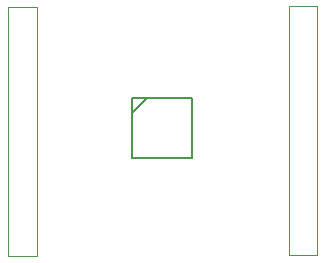
<source format=gbr>
%TF.GenerationSoftware,Altium Limited,Altium Designer,22.10.1 (41)*%
G04 Layer_Color=16711935*
%FSLAX45Y45*%
%MOMM*%
%TF.SameCoordinates,19E9B31E-7746-43A9-897C-89C24B045B63*%
%TF.FilePolarity,Positive*%
%TF.FileFunction,Other,Mechanical_13*%
%TF.Part,Single*%
G01*
G75*
%TA.AperFunction,NonConductor*%
%ADD22C,0.15240*%
%ADD25C,0.10000*%
D22*
X1591595Y908050D02*
Y1416050D01*
X2099595D01*
Y908050D02*
Y1416050D01*
X1591595Y908050D02*
X2099595D01*
Y1322070D02*
Y1352550D01*
Y1271270D02*
Y1301750D01*
Y1223010D02*
Y1250950D01*
Y1172210D02*
Y1202690D01*
Y1121410D02*
Y1151890D01*
Y1073150D02*
Y1101090D01*
Y1022350D02*
Y1052830D01*
Y971550D02*
Y1002030D01*
X2005615Y908050D02*
X2036095D01*
X1954815D02*
X1985295D01*
X1906555D02*
X1934495D01*
X1855755D02*
X1886235D01*
X1804955D02*
X1835435D01*
X1756695D02*
X1784635D01*
X1705895D02*
X1736375D01*
X1655095D02*
X1685575D01*
X1591595Y971550D02*
Y1002030D01*
Y1022350D02*
Y1052830D01*
Y1073150D02*
Y1101090D01*
Y1121410D02*
Y1151890D01*
Y1172210D02*
Y1202690D01*
Y1223010D02*
Y1250950D01*
Y1271270D02*
Y1301750D01*
Y1322070D02*
Y1352550D01*
X1655095Y1416050D02*
X1685575D01*
X1705895D02*
X1736375D01*
X1756695D02*
X1784635D01*
X1804955D02*
X1835435D01*
X1855755D02*
X1886235D01*
X1906555D02*
X1934495D01*
X1954815D02*
X1985295D01*
X2005615D02*
X2036095D01*
X1591595Y1289050D02*
X1718595Y1416050D01*
D25*
X2918709Y2190648D02*
X3159704D01*
X2918663Y82652D02*
X3159704D01*
Y2190648D01*
X2918709Y82652D02*
Y2190648D01*
X543809Y2184273D02*
X784804D01*
X543763Y76276D02*
X784804D01*
Y2184273D01*
X543809Y76276D02*
Y2184273D01*
%TF.MD5,2d11bf8167e11c1385424b8360189f3c*%
M02*

</source>
